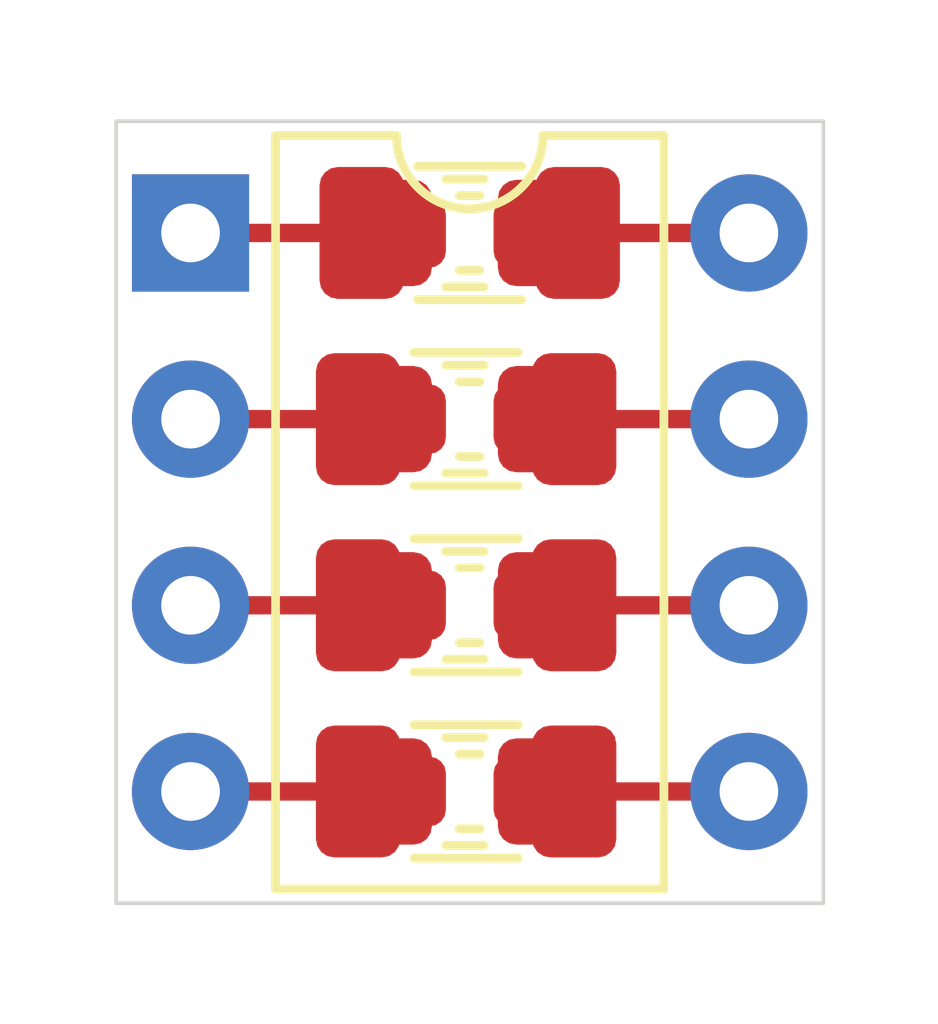
<source format=kicad_pcb>
(kicad_pcb (version 20171130) (host pcbnew 5.1.6-1.fc32)

  (general
    (thickness 1.6)
    (drawings 4)
    (tracks 8)
    (zones 0)
    (modules 13)
    (nets 1)
  )

  (page A4)
  (layers
    (0 F.Cu signal)
    (31 B.Cu signal)
    (32 B.Adhes user)
    (33 F.Adhes user)
    (34 B.Paste user)
    (35 F.Paste user)
    (36 B.SilkS user)
    (37 F.SilkS user)
    (38 B.Mask user)
    (39 F.Mask user)
    (40 Dwgs.User user)
    (41 Cmts.User user)
    (42 Eco1.User user)
    (43 Eco2.User user)
    (44 Edge.Cuts user)
    (45 Margin user)
    (46 B.CrtYd user)
    (47 F.CrtYd user)
    (48 B.Fab user)
    (49 F.Fab user)
  )

  (setup
    (last_trace_width 0.25)
    (trace_clearance 0.2)
    (zone_clearance 0.508)
    (zone_45_only no)
    (trace_min 0.2)
    (via_size 0.8)
    (via_drill 0.4)
    (via_min_size 0.4)
    (via_min_drill 0.3)
    (uvia_size 0.3)
    (uvia_drill 0.1)
    (uvias_allowed no)
    (uvia_min_size 0.2)
    (uvia_min_drill 0.1)
    (edge_width 0.05)
    (segment_width 0.2)
    (pcb_text_width 0.3)
    (pcb_text_size 1.5 1.5)
    (mod_edge_width 0.12)
    (mod_text_size 1 1)
    (mod_text_width 0.15)
    (pad_size 1.524 1.524)
    (pad_drill 0.762)
    (pad_to_mask_clearance 0.05)
    (aux_axis_origin 0 0)
    (visible_elements FFFFFF7F)
    (pcbplotparams
      (layerselection 0x010fc_ffffffff)
      (usegerberextensions false)
      (usegerberattributes true)
      (usegerberadvancedattributes true)
      (creategerberjobfile true)
      (excludeedgelayer true)
      (linewidth 0.100000)
      (plotframeref false)
      (viasonmask false)
      (mode 1)
      (useauxorigin false)
      (hpglpennumber 1)
      (hpglpenspeed 20)
      (hpglpendiameter 15.000000)
      (psnegative false)
      (psa4output false)
      (plotreference true)
      (plotvalue true)
      (plotinvisibletext false)
      (padsonsilk false)
      (subtractmaskfromsilk false)
      (outputformat 1)
      (mirror false)
      (drillshape 1)
      (scaleselection 1)
      (outputdirectory ""))
  )

  (net 0 "")

  (net_class Default "This is the default net class."
    (clearance 0.2)
    (trace_width 0.25)
    (via_dia 0.8)
    (via_drill 0.4)
    (uvia_dia 0.3)
    (uvia_drill 0.1)
  )

  (module Capacitor_SMD:C_1206_3216Metric (layer F.Cu) (tedit 5F68FEEE) (tstamp 5F731E4D)
    (at 151.384 43.18)
    (descr "Capacitor SMD 1206 (3216 Metric), square (rectangular) end terminal, IPC_7351 nominal, (Body size source: IPC-SM-782 page 76, https://www.pcb-3d.com/wordpress/wp-content/uploads/ipc-sm-782a_amendment_1_and_2.pdf), generated with kicad-footprint-generator")
    (tags capacitor)
    (attr smd)
    (fp_text reference " " (at 0 -1.85) (layer F.SilkS)
      (effects (font (size 1 1) (thickness 0.15)))
    )
    (fp_text value " " (at 0 1.85) (layer F.Fab)
      (effects (font (size 1 1) (thickness 0.15)))
    )
    (fp_line (start 2.3 1.15) (end -2.3 1.15) (layer F.CrtYd) (width 0.05))
    (fp_line (start 2.3 -1.15) (end 2.3 1.15) (layer F.CrtYd) (width 0.05))
    (fp_line (start -2.3 -1.15) (end 2.3 -1.15) (layer F.CrtYd) (width 0.05))
    (fp_line (start -2.3 1.15) (end -2.3 -1.15) (layer F.CrtYd) (width 0.05))
    (fp_line (start -0.711252 0.91) (end 0.711252 0.91) (layer F.SilkS) (width 0.12))
    (fp_line (start -0.711252 -0.91) (end 0.711252 -0.91) (layer F.SilkS) (width 0.12))
    (fp_line (start 1.6 0.8) (end -1.6 0.8) (layer F.Fab) (width 0.1))
    (fp_line (start 1.6 -0.8) (end 1.6 0.8) (layer F.Fab) (width 0.1))
    (fp_line (start -1.6 -0.8) (end 1.6 -0.8) (layer F.Fab) (width 0.1))
    (fp_line (start -1.6 0.8) (end -1.6 -0.8) (layer F.Fab) (width 0.1))
    (fp_text user %R (at 0 0) (layer F.Fab)
      (effects (font (size 0.8 0.8) (thickness 0.12)))
    )
    (pad 1 smd roundrect (at -1.475 0) (size 1.15 1.8) (layers F.Cu F.Paste F.Mask) (roundrect_rratio 0.217391))
    (pad 2 smd roundrect (at 1.475 0) (size 1.15 1.8) (layers F.Cu F.Paste F.Mask) (roundrect_rratio 0.217391))
    (model ${KISYS3DMOD}/Capacitor_SMD.3dshapes/C_1206_3216Metric.wrl
      (at (xyz 0 0 0))
      (scale (xyz 1 1 1))
      (rotate (xyz 0 0 0))
    )
  )

  (module Capacitor_SMD:C_1206_3216Metric (layer F.Cu) (tedit 5F68FEEE) (tstamp 5F731E2D)
    (at 151.335 50.8)
    (descr "Capacitor SMD 1206 (3216 Metric), square (rectangular) end terminal, IPC_7351 nominal, (Body size source: IPC-SM-782 page 76, https://www.pcb-3d.com/wordpress/wp-content/uploads/ipc-sm-782a_amendment_1_and_2.pdf), generated with kicad-footprint-generator")
    (tags capacitor)
    (attr smd)
    (fp_text reference " " (at 0 -1.85) (layer F.SilkS)
      (effects (font (size 1 1) (thickness 0.15)))
    )
    (fp_text value " " (at 0 1.85) (layer F.Fab)
      (effects (font (size 1 1) (thickness 0.15)))
    )
    (fp_text user %R (at 0 0) (layer F.Fab)
      (effects (font (size 0.8 0.8) (thickness 0.12)))
    )
    (fp_line (start -1.6 0.8) (end -1.6 -0.8) (layer F.Fab) (width 0.1))
    (fp_line (start -1.6 -0.8) (end 1.6 -0.8) (layer F.Fab) (width 0.1))
    (fp_line (start 1.6 -0.8) (end 1.6 0.8) (layer F.Fab) (width 0.1))
    (fp_line (start 1.6 0.8) (end -1.6 0.8) (layer F.Fab) (width 0.1))
    (fp_line (start -0.711252 -0.91) (end 0.711252 -0.91) (layer F.SilkS) (width 0.12))
    (fp_line (start -0.711252 0.91) (end 0.711252 0.91) (layer F.SilkS) (width 0.12))
    (fp_line (start -2.3 1.15) (end -2.3 -1.15) (layer F.CrtYd) (width 0.05))
    (fp_line (start -2.3 -1.15) (end 2.3 -1.15) (layer F.CrtYd) (width 0.05))
    (fp_line (start 2.3 -1.15) (end 2.3 1.15) (layer F.CrtYd) (width 0.05))
    (fp_line (start 2.3 1.15) (end -2.3 1.15) (layer F.CrtYd) (width 0.05))
    (pad 2 smd roundrect (at 1.475 0) (size 1.15 1.8) (layers F.Cu F.Paste F.Mask) (roundrect_rratio 0.217391))
    (pad 1 smd roundrect (at -1.475 0) (size 1.15 1.8) (layers F.Cu F.Paste F.Mask) (roundrect_rratio 0.217391))
    (model ${KISYS3DMOD}/Capacitor_SMD.3dshapes/C_1206_3216Metric.wrl
      (at (xyz 0 0 0))
      (scale (xyz 1 1 1))
      (rotate (xyz 0 0 0))
    )
  )

  (module Capacitor_SMD:C_1206_3216Metric (layer F.Cu) (tedit 5F68FEEE) (tstamp 5F731E0D)
    (at 151.335 48.26)
    (descr "Capacitor SMD 1206 (3216 Metric), square (rectangular) end terminal, IPC_7351 nominal, (Body size source: IPC-SM-782 page 76, https://www.pcb-3d.com/wordpress/wp-content/uploads/ipc-sm-782a_amendment_1_and_2.pdf), generated with kicad-footprint-generator")
    (tags capacitor)
    (attr smd)
    (fp_text reference " " (at 0 -1.85) (layer F.SilkS)
      (effects (font (size 1 1) (thickness 0.15)))
    )
    (fp_text value " " (at 0 1.85) (layer F.Fab)
      (effects (font (size 1 1) (thickness 0.15)))
    )
    (fp_line (start 2.3 1.15) (end -2.3 1.15) (layer F.CrtYd) (width 0.05))
    (fp_line (start 2.3 -1.15) (end 2.3 1.15) (layer F.CrtYd) (width 0.05))
    (fp_line (start -2.3 -1.15) (end 2.3 -1.15) (layer F.CrtYd) (width 0.05))
    (fp_line (start -2.3 1.15) (end -2.3 -1.15) (layer F.CrtYd) (width 0.05))
    (fp_line (start -0.711252 0.91) (end 0.711252 0.91) (layer F.SilkS) (width 0.12))
    (fp_line (start -0.711252 -0.91) (end 0.711252 -0.91) (layer F.SilkS) (width 0.12))
    (fp_line (start 1.6 0.8) (end -1.6 0.8) (layer F.Fab) (width 0.1))
    (fp_line (start 1.6 -0.8) (end 1.6 0.8) (layer F.Fab) (width 0.1))
    (fp_line (start -1.6 -0.8) (end 1.6 -0.8) (layer F.Fab) (width 0.1))
    (fp_line (start -1.6 0.8) (end -1.6 -0.8) (layer F.Fab) (width 0.1))
    (fp_text user %R (at 0 0) (layer F.Fab)
      (effects (font (size 0.8 0.8) (thickness 0.12)))
    )
    (pad 1 smd roundrect (at -1.475 0) (size 1.15 1.8) (layers F.Cu F.Paste F.Mask) (roundrect_rratio 0.217391))
    (pad 2 smd roundrect (at 1.475 0) (size 1.15 1.8) (layers F.Cu F.Paste F.Mask) (roundrect_rratio 0.217391))
    (model ${KISYS3DMOD}/Capacitor_SMD.3dshapes/C_1206_3216Metric.wrl
      (at (xyz 0 0 0))
      (scale (xyz 1 1 1))
      (rotate (xyz 0 0 0))
    )
  )

  (module Capacitor_SMD:C_1206_3216Metric (layer F.Cu) (tedit 5F68FEEE) (tstamp 5F731DEA)
    (at 151.335 45.72)
    (descr "Capacitor SMD 1206 (3216 Metric), square (rectangular) end terminal, IPC_7351 nominal, (Body size source: IPC-SM-782 page 76, https://www.pcb-3d.com/wordpress/wp-content/uploads/ipc-sm-782a_amendment_1_and_2.pdf), generated with kicad-footprint-generator")
    (tags capacitor)
    (attr smd)
    (fp_text reference " " (at 0 -1.85) (layer F.SilkS)
      (effects (font (size 1 1) (thickness 0.15)))
    )
    (fp_text value " " (at 0 1.85) (layer F.Fab)
      (effects (font (size 1 1) (thickness 0.15)))
    )
    (fp_text user %R (at 0 0) (layer F.Fab)
      (effects (font (size 0.8 0.8) (thickness 0.12)))
    )
    (fp_line (start -1.6 0.8) (end -1.6 -0.8) (layer F.Fab) (width 0.1))
    (fp_line (start -1.6 -0.8) (end 1.6 -0.8) (layer F.Fab) (width 0.1))
    (fp_line (start 1.6 -0.8) (end 1.6 0.8) (layer F.Fab) (width 0.1))
    (fp_line (start 1.6 0.8) (end -1.6 0.8) (layer F.Fab) (width 0.1))
    (fp_line (start -0.711252 -0.91) (end 0.711252 -0.91) (layer F.SilkS) (width 0.12))
    (fp_line (start -0.711252 0.91) (end 0.711252 0.91) (layer F.SilkS) (width 0.12))
    (fp_line (start -2.3 1.15) (end -2.3 -1.15) (layer F.CrtYd) (width 0.05))
    (fp_line (start -2.3 -1.15) (end 2.3 -1.15) (layer F.CrtYd) (width 0.05))
    (fp_line (start 2.3 -1.15) (end 2.3 1.15) (layer F.CrtYd) (width 0.05))
    (fp_line (start 2.3 1.15) (end -2.3 1.15) (layer F.CrtYd) (width 0.05))
    (pad 2 smd roundrect (at 1.475 0) (size 1.15 1.8) (layers F.Cu F.Paste F.Mask) (roundrect_rratio 0.217391))
    (pad 1 smd roundrect (at -1.475 0) (size 1.15 1.8) (layers F.Cu F.Paste F.Mask) (roundrect_rratio 0.217391))
    (model ${KISYS3DMOD}/Capacitor_SMD.3dshapes/C_1206_3216Metric.wrl
      (at (xyz 0 0 0))
      (scale (xyz 1 1 1))
      (rotate (xyz 0 0 0))
    )
  )

  (module Capacitor_SMD:C_0805_2012Metric (layer F.Cu) (tedit 5F68FEEE) (tstamp 5F731B59)
    (at 151.318 48.26)
    (descr "Capacitor SMD 0805 (2012 Metric), square (rectangular) end terminal, IPC_7351 nominal, (Body size source: IPC-SM-782 page 76, https://www.pcb-3d.com/wordpress/wp-content/uploads/ipc-sm-782a_amendment_1_and_2.pdf, https://docs.google.com/spreadsheets/d/1BsfQQcO9C6DZCsRaXUlFlo91Tg2WpOkGARC1WS5S8t0/edit?usp=sharing), generated with kicad-footprint-generator")
    (tags capacitor)
    (attr smd)
    (fp_text reference " " (at 0 -1.68) (layer F.SilkS)
      (effects (font (size 1 1) (thickness 0.15)))
    )
    (fp_text value " " (at 0 1.68) (layer F.Fab)
      (effects (font (size 1 1) (thickness 0.15)))
    )
    (fp_line (start 1.7 0.98) (end -1.7 0.98) (layer F.CrtYd) (width 0.05))
    (fp_line (start 1.7 -0.98) (end 1.7 0.98) (layer F.CrtYd) (width 0.05))
    (fp_line (start -1.7 -0.98) (end 1.7 -0.98) (layer F.CrtYd) (width 0.05))
    (fp_line (start -1.7 0.98) (end -1.7 -0.98) (layer F.CrtYd) (width 0.05))
    (fp_line (start -0.261252 0.735) (end 0.261252 0.735) (layer F.SilkS) (width 0.12))
    (fp_line (start -0.261252 -0.735) (end 0.261252 -0.735) (layer F.SilkS) (width 0.12))
    (fp_line (start 1 0.625) (end -1 0.625) (layer F.Fab) (width 0.1))
    (fp_line (start 1 -0.625) (end 1 0.625) (layer F.Fab) (width 0.1))
    (fp_line (start -1 -0.625) (end 1 -0.625) (layer F.Fab) (width 0.1))
    (fp_line (start -1 0.625) (end -1 -0.625) (layer F.Fab) (width 0.1))
    (fp_text user %R (at 0 0) (layer F.Fab)
      (effects (font (size 0.5 0.5) (thickness 0.08)))
    )
    (pad 1 smd roundrect (at -0.95 0) (size 1 1.45) (layers F.Cu F.Paste F.Mask) (roundrect_rratio 0.25))
    (pad 2 smd roundrect (at 0.95 0) (size 1 1.45) (layers F.Cu F.Paste F.Mask) (roundrect_rratio 0.25))
    (model ${KISYS3DMOD}/Capacitor_SMD.3dshapes/C_0805_2012Metric.wrl
      (at (xyz 0 0 0))
      (scale (xyz 1 1 1))
      (rotate (xyz 0 0 0))
    )
  )

  (module Capacitor_SMD:C_0805_2012Metric (layer F.Cu) (tedit 5F68FEEE) (tstamp 5F731B49)
    (at 151.318 50.8)
    (descr "Capacitor SMD 0805 (2012 Metric), square (rectangular) end terminal, IPC_7351 nominal, (Body size source: IPC-SM-782 page 76, https://www.pcb-3d.com/wordpress/wp-content/uploads/ipc-sm-782a_amendment_1_and_2.pdf, https://docs.google.com/spreadsheets/d/1BsfQQcO9C6DZCsRaXUlFlo91Tg2WpOkGARC1WS5S8t0/edit?usp=sharing), generated with kicad-footprint-generator")
    (tags capacitor)
    (attr smd)
    (fp_text reference " " (at 0 -1.68) (layer F.SilkS)
      (effects (font (size 1 1) (thickness 0.15)))
    )
    (fp_text value " " (at 0 1.68) (layer F.Fab)
      (effects (font (size 1 1) (thickness 0.15)))
    )
    (fp_text user %R (at 0 0) (layer F.Fab)
      (effects (font (size 0.5 0.5) (thickness 0.08)))
    )
    (fp_line (start -1 0.625) (end -1 -0.625) (layer F.Fab) (width 0.1))
    (fp_line (start -1 -0.625) (end 1 -0.625) (layer F.Fab) (width 0.1))
    (fp_line (start 1 -0.625) (end 1 0.625) (layer F.Fab) (width 0.1))
    (fp_line (start 1 0.625) (end -1 0.625) (layer F.Fab) (width 0.1))
    (fp_line (start -0.261252 -0.735) (end 0.261252 -0.735) (layer F.SilkS) (width 0.12))
    (fp_line (start -0.261252 0.735) (end 0.261252 0.735) (layer F.SilkS) (width 0.12))
    (fp_line (start -1.7 0.98) (end -1.7 -0.98) (layer F.CrtYd) (width 0.05))
    (fp_line (start -1.7 -0.98) (end 1.7 -0.98) (layer F.CrtYd) (width 0.05))
    (fp_line (start 1.7 -0.98) (end 1.7 0.98) (layer F.CrtYd) (width 0.05))
    (fp_line (start 1.7 0.98) (end -1.7 0.98) (layer F.CrtYd) (width 0.05))
    (pad 2 smd roundrect (at 0.95 0) (size 1 1.45) (layers F.Cu F.Paste F.Mask) (roundrect_rratio 0.25))
    (pad 1 smd roundrect (at -0.95 0) (size 1 1.45) (layers F.Cu F.Paste F.Mask) (roundrect_rratio 0.25))
    (model ${KISYS3DMOD}/Capacitor_SMD.3dshapes/C_0805_2012Metric.wrl
      (at (xyz 0 0 0))
      (scale (xyz 1 1 1))
      (rotate (xyz 0 0 0))
    )
  )

  (module Capacitor_SMD:C_0805_2012Metric (layer F.Cu) (tedit 5F68FEEE) (tstamp 5F731B28)
    (at 151.318 45.72)
    (descr "Capacitor SMD 0805 (2012 Metric), square (rectangular) end terminal, IPC_7351 nominal, (Body size source: IPC-SM-782 page 76, https://www.pcb-3d.com/wordpress/wp-content/uploads/ipc-sm-782a_amendment_1_and_2.pdf, https://docs.google.com/spreadsheets/d/1BsfQQcO9C6DZCsRaXUlFlo91Tg2WpOkGARC1WS5S8t0/edit?usp=sharing), generated with kicad-footprint-generator")
    (tags capacitor)
    (attr smd)
    (fp_text reference " " (at 0 -1.68) (layer F.SilkS)
      (effects (font (size 1 1) (thickness 0.15)))
    )
    (fp_text value " " (at 0 1.68) (layer F.Fab)
      (effects (font (size 1 1) (thickness 0.15)))
    )
    (fp_line (start 1.7 0.98) (end -1.7 0.98) (layer F.CrtYd) (width 0.05))
    (fp_line (start 1.7 -0.98) (end 1.7 0.98) (layer F.CrtYd) (width 0.05))
    (fp_line (start -1.7 -0.98) (end 1.7 -0.98) (layer F.CrtYd) (width 0.05))
    (fp_line (start -1.7 0.98) (end -1.7 -0.98) (layer F.CrtYd) (width 0.05))
    (fp_line (start -0.261252 0.735) (end 0.261252 0.735) (layer F.SilkS) (width 0.12))
    (fp_line (start -0.261252 -0.735) (end 0.261252 -0.735) (layer F.SilkS) (width 0.12))
    (fp_line (start 1 0.625) (end -1 0.625) (layer F.Fab) (width 0.1))
    (fp_line (start 1 -0.625) (end 1 0.625) (layer F.Fab) (width 0.1))
    (fp_line (start -1 -0.625) (end 1 -0.625) (layer F.Fab) (width 0.1))
    (fp_line (start -1 0.625) (end -1 -0.625) (layer F.Fab) (width 0.1))
    (fp_text user %R (at 0 0) (layer F.Fab)
      (effects (font (size 0.5 0.5) (thickness 0.08)))
    )
    (pad 1 smd roundrect (at -0.95 0) (size 1 1.45) (layers F.Cu F.Paste F.Mask) (roundrect_rratio 0.25))
    (pad 2 smd roundrect (at 0.95 0) (size 1 1.45) (layers F.Cu F.Paste F.Mask) (roundrect_rratio 0.25))
    (model ${KISYS3DMOD}/Capacitor_SMD.3dshapes/C_0805_2012Metric.wrl
      (at (xyz 0 0 0))
      (scale (xyz 1 1 1))
      (rotate (xyz 0 0 0))
    )
  )

  (module Capacitor_SMD:C_0805_2012Metric (layer F.Cu) (tedit 5F68FEEE) (tstamp 5F731B04)
    (at 151.318 43.18)
    (descr "Capacitor SMD 0805 (2012 Metric), square (rectangular) end terminal, IPC_7351 nominal, (Body size source: IPC-SM-782 page 76, https://www.pcb-3d.com/wordpress/wp-content/uploads/ipc-sm-782a_amendment_1_and_2.pdf, https://docs.google.com/spreadsheets/d/1BsfQQcO9C6DZCsRaXUlFlo91Tg2WpOkGARC1WS5S8t0/edit?usp=sharing), generated with kicad-footprint-generator")
    (tags capacitor)
    (attr smd)
    (fp_text reference " " (at 0 -1.68) (layer F.SilkS)
      (effects (font (size 1 1) (thickness 0.15)))
    )
    (fp_text value " " (at 0 1.68) (layer F.Fab)
      (effects (font (size 1 1) (thickness 0.15)))
    )
    (fp_text user %R (at 0 0) (layer F.Fab)
      (effects (font (size 0.5 0.5) (thickness 0.08)))
    )
    (fp_line (start -1 0.625) (end -1 -0.625) (layer F.Fab) (width 0.1))
    (fp_line (start -1 -0.625) (end 1 -0.625) (layer F.Fab) (width 0.1))
    (fp_line (start 1 -0.625) (end 1 0.625) (layer F.Fab) (width 0.1))
    (fp_line (start 1 0.625) (end -1 0.625) (layer F.Fab) (width 0.1))
    (fp_line (start -0.261252 -0.735) (end 0.261252 -0.735) (layer F.SilkS) (width 0.12))
    (fp_line (start -0.261252 0.735) (end 0.261252 0.735) (layer F.SilkS) (width 0.12))
    (fp_line (start -1.7 0.98) (end -1.7 -0.98) (layer F.CrtYd) (width 0.05))
    (fp_line (start -1.7 -0.98) (end 1.7 -0.98) (layer F.CrtYd) (width 0.05))
    (fp_line (start 1.7 -0.98) (end 1.7 0.98) (layer F.CrtYd) (width 0.05))
    (fp_line (start 1.7 0.98) (end -1.7 0.98) (layer F.CrtYd) (width 0.05))
    (pad 2 smd roundrect (at 0.95 0) (size 1 1.45) (layers F.Cu F.Paste F.Mask) (roundrect_rratio 0.25))
    (pad 1 smd roundrect (at -0.95 0) (size 1 1.45) (layers F.Cu F.Paste F.Mask) (roundrect_rratio 0.25))
    (model ${KISYS3DMOD}/Capacitor_SMD.3dshapes/C_0805_2012Metric.wrl
      (at (xyz 0 0 0))
      (scale (xyz 1 1 1))
      (rotate (xyz 0 0 0))
    )
  )

  (module Capacitor_SMD:C_0603_1608Metric (layer F.Cu) (tedit 5F68FEEE) (tstamp 5F73188F)
    (at 151.384 45.72)
    (descr "Capacitor SMD 0603 (1608 Metric), square (rectangular) end terminal, IPC_7351 nominal, (Body size source: IPC-SM-782 page 76, https://www.pcb-3d.com/wordpress/wp-content/uploads/ipc-sm-782a_amendment_1_and_2.pdf), generated with kicad-footprint-generator")
    (tags capacitor)
    (attr smd)
    (fp_text reference " " (at 0 -1.43 180) (layer F.SilkS)
      (effects (font (size 1 1) (thickness 0.15)))
    )
    (fp_text value " " (at 0 1.43) (layer F.Fab)
      (effects (font (size 1 1) (thickness 0.15)))
    )
    (fp_line (start 1.48 0.73) (end -1.48 0.73) (layer F.CrtYd) (width 0.05))
    (fp_line (start 1.48 -0.73) (end 1.48 0.73) (layer F.CrtYd) (width 0.05))
    (fp_line (start -1.48 -0.73) (end 1.48 -0.73) (layer F.CrtYd) (width 0.05))
    (fp_line (start -1.48 0.73) (end -1.48 -0.73) (layer F.CrtYd) (width 0.05))
    (fp_line (start -0.14058 0.51) (end 0.14058 0.51) (layer F.SilkS) (width 0.12))
    (fp_line (start -0.14058 -0.51) (end 0.14058 -0.51) (layer F.SilkS) (width 0.12))
    (fp_line (start 0.8 0.4) (end -0.8 0.4) (layer F.Fab) (width 0.1))
    (fp_line (start 0.8 -0.4) (end 0.8 0.4) (layer F.Fab) (width 0.1))
    (fp_line (start -0.8 -0.4) (end 0.8 -0.4) (layer F.Fab) (width 0.1))
    (fp_line (start -0.8 0.4) (end -0.8 -0.4) (layer F.Fab) (width 0.1))
    (fp_text user %R (at 0 0) (layer F.Fab)
      (effects (font (size 0.4 0.4) (thickness 0.06)))
    )
    (pad 1 smd roundrect (at -0.775 0) (size 0.9 0.95) (layers F.Cu F.Paste F.Mask) (roundrect_rratio 0.25))
    (pad 2 smd roundrect (at 0.775 0) (size 0.9 0.95) (layers F.Cu F.Paste F.Mask) (roundrect_rratio 0.25))
    (model ${KISYS3DMOD}/Capacitor_SMD.3dshapes/C_0603_1608Metric.wrl
      (at (xyz 0 0 0))
      (scale (xyz 1 1 1))
      (rotate (xyz 0 0 0))
    )
  )

  (module Capacitor_SMD:C_0603_1608Metric (layer F.Cu) (tedit 5F68FEEE) (tstamp 5F731715)
    (at 151.384 50.8)
    (descr "Capacitor SMD 0603 (1608 Metric), square (rectangular) end terminal, IPC_7351 nominal, (Body size source: IPC-SM-782 page 76, https://www.pcb-3d.com/wordpress/wp-content/uploads/ipc-sm-782a_amendment_1_and_2.pdf), generated with kicad-footprint-generator")
    (tags capacitor)
    (attr smd)
    (fp_text reference " " (at 0 -1.43) (layer F.SilkS)
      (effects (font (size 1 1) (thickness 0.15)))
    )
    (fp_text value " " (at 0 1.43) (layer F.Fab)
      (effects (font (size 1 1) (thickness 0.15)))
    )
    (fp_text user %R (at 0 0) (layer F.Fab)
      (effects (font (size 0.4 0.4) (thickness 0.06)))
    )
    (fp_line (start -0.8 0.4) (end -0.8 -0.4) (layer F.Fab) (width 0.1))
    (fp_line (start -0.8 -0.4) (end 0.8 -0.4) (layer F.Fab) (width 0.1))
    (fp_line (start 0.8 -0.4) (end 0.8 0.4) (layer F.Fab) (width 0.1))
    (fp_line (start 0.8 0.4) (end -0.8 0.4) (layer F.Fab) (width 0.1))
    (fp_line (start -0.14058 -0.51) (end 0.14058 -0.51) (layer F.SilkS) (width 0.12))
    (fp_line (start -0.14058 0.51) (end 0.14058 0.51) (layer F.SilkS) (width 0.12))
    (fp_line (start -1.48 0.73) (end -1.48 -0.73) (layer F.CrtYd) (width 0.05))
    (fp_line (start -1.48 -0.73) (end 1.48 -0.73) (layer F.CrtYd) (width 0.05))
    (fp_line (start 1.48 -0.73) (end 1.48 0.73) (layer F.CrtYd) (width 0.05))
    (fp_line (start 1.48 0.73) (end -1.48 0.73) (layer F.CrtYd) (width 0.05))
    (pad 2 smd roundrect (at 0.775 0) (size 0.9 0.95) (layers F.Cu F.Paste F.Mask) (roundrect_rratio 0.25))
    (pad 1 smd roundrect (at -0.775 0) (size 0.9 0.95) (layers F.Cu F.Paste F.Mask) (roundrect_rratio 0.25))
    (model ${KISYS3DMOD}/Capacitor_SMD.3dshapes/C_0603_1608Metric.wrl
      (at (xyz 0 0 0))
      (scale (xyz 1 1 1))
      (rotate (xyz 0 0 0))
    )
  )

  (module Capacitor_SMD:C_0603_1608Metric (layer F.Cu) (tedit 5F68FEEE) (tstamp 5F73162B)
    (at 151.384 48.26)
    (descr "Capacitor SMD 0603 (1608 Metric), square (rectangular) end terminal, IPC_7351 nominal, (Body size source: IPC-SM-782 page 76, https://www.pcb-3d.com/wordpress/wp-content/uploads/ipc-sm-782a_amendment_1_and_2.pdf), generated with kicad-footprint-generator")
    (tags capacitor)
    (attr smd)
    (fp_text reference " " (at 0 -1.43) (layer F.SilkS)
      (effects (font (size 1 1) (thickness 0.15)))
    )
    (fp_text value " " (at 0 1.43) (layer F.Fab)
      (effects (font (size 1 1) (thickness 0.15)))
    )
    (fp_line (start 1.48 0.73) (end -1.48 0.73) (layer F.CrtYd) (width 0.05))
    (fp_line (start 1.48 -0.73) (end 1.48 0.73) (layer F.CrtYd) (width 0.05))
    (fp_line (start -1.48 -0.73) (end 1.48 -0.73) (layer F.CrtYd) (width 0.05))
    (fp_line (start -1.48 0.73) (end -1.48 -0.73) (layer F.CrtYd) (width 0.05))
    (fp_line (start -0.14058 0.51) (end 0.14058 0.51) (layer F.SilkS) (width 0.12))
    (fp_line (start -0.14058 -0.51) (end 0.14058 -0.51) (layer F.SilkS) (width 0.12))
    (fp_line (start 0.8 0.4) (end -0.8 0.4) (layer F.Fab) (width 0.1))
    (fp_line (start 0.8 -0.4) (end 0.8 0.4) (layer F.Fab) (width 0.1))
    (fp_line (start -0.8 -0.4) (end 0.8 -0.4) (layer F.Fab) (width 0.1))
    (fp_line (start -0.8 0.4) (end -0.8 -0.4) (layer F.Fab) (width 0.1))
    (fp_text user %R (at 0 0) (layer F.Fab)
      (effects (font (size 0.4 0.4) (thickness 0.06)))
    )
    (pad 1 smd roundrect (at -0.775 0) (size 0.9 0.95) (layers F.Cu F.Paste F.Mask) (roundrect_rratio 0.25))
    (pad 2 smd roundrect (at 0.775 0) (size 0.9 0.95) (layers F.Cu F.Paste F.Mask) (roundrect_rratio 0.25))
    (model ${KISYS3DMOD}/Capacitor_SMD.3dshapes/C_0603_1608Metric.wrl
      (at (xyz 0 0 0))
      (scale (xyz 1 1 1))
      (rotate (xyz 0 0 0))
    )
  )

  (module Capacitor_SMD:C_0603_1608Metric (layer F.Cu) (tedit 5F68FEEE) (tstamp 5F7313DA)
    (at 151.384 43.18)
    (descr "Capacitor SMD 0603 (1608 Metric), square (rectangular) end terminal, IPC_7351 nominal, (Body size source: IPC-SM-782 page 76, https://www.pcb-3d.com/wordpress/wp-content/uploads/ipc-sm-782a_amendment_1_and_2.pdf), generated with kicad-footprint-generator")
    (tags capacitor)
    (attr smd)
    (fp_text reference " " (at 0 -1.43 180) (layer F.SilkS)
      (effects (font (size 1 1) (thickness 0.15)))
    )
    (fp_text value " " (at 0 1.43) (layer F.Fab)
      (effects (font (size 1 1) (thickness 0.15)))
    )
    (fp_text user %R (at 0 0) (layer F.Fab)
      (effects (font (size 0.4 0.4) (thickness 0.06)))
    )
    (fp_line (start -0.8 0.4) (end -0.8 -0.4) (layer F.Fab) (width 0.1))
    (fp_line (start -0.8 -0.4) (end 0.8 -0.4) (layer F.Fab) (width 0.1))
    (fp_line (start 0.8 -0.4) (end 0.8 0.4) (layer F.Fab) (width 0.1))
    (fp_line (start 0.8 0.4) (end -0.8 0.4) (layer F.Fab) (width 0.1))
    (fp_line (start -0.14058 -0.51) (end 0.14058 -0.51) (layer F.SilkS) (width 0.12))
    (fp_line (start -0.14058 0.51) (end 0.14058 0.51) (layer F.SilkS) (width 0.12))
    (fp_line (start -1.48 0.73) (end -1.48 -0.73) (layer F.CrtYd) (width 0.05))
    (fp_line (start -1.48 -0.73) (end 1.48 -0.73) (layer F.CrtYd) (width 0.05))
    (fp_line (start 1.48 -0.73) (end 1.48 0.73) (layer F.CrtYd) (width 0.05))
    (fp_line (start 1.48 0.73) (end -1.48 0.73) (layer F.CrtYd) (width 0.05))
    (pad 2 smd roundrect (at 0.775 0) (size 0.9 0.95) (layers F.Cu F.Paste F.Mask) (roundrect_rratio 0.25))
    (pad 1 smd roundrect (at -0.775 0) (size 0.9 0.95) (layers F.Cu F.Paste F.Mask) (roundrect_rratio 0.25))
    (model ${KISYS3DMOD}/Capacitor_SMD.3dshapes/C_0603_1608Metric.wrl
      (at (xyz 0 0 0))
      (scale (xyz 1 1 1))
      (rotate (xyz 0 0 0))
    )
  )

  (module Package_DIP:DIP-8_W7.62mm (layer F.Cu) (tedit 5A02E8C5) (tstamp 5F730BD7)
    (at 147.574 43.18)
    (descr "8-lead though-hole mounted DIP package, row spacing 7.62 mm (300 mils)")
    (tags "THT DIP DIL PDIP 2.54mm 7.62mm 300mil")
    (fp_text reference " " (at 3.81 -2.33) (layer F.SilkS)
      (effects (font (size 1 1) (thickness 0.15)))
    )
    (fp_text value DIP-8_W7.62mm (at 3.81 9.95) (layer F.Fab)
      (effects (font (size 1 1) (thickness 0.15)))
    )
    (fp_text user %R (at 3.81 3.81) (layer F.Fab)
      (effects (font (size 1 1) (thickness 0.15)))
    )
    (fp_arc (start 3.81 -1.33) (end 2.81 -1.33) (angle -180) (layer F.SilkS) (width 0.12))
    (fp_line (start 1.635 -1.27) (end 6.985 -1.27) (layer F.Fab) (width 0.1))
    (fp_line (start 6.985 -1.27) (end 6.985 8.89) (layer F.Fab) (width 0.1))
    (fp_line (start 6.985 8.89) (end 0.635 8.89) (layer F.Fab) (width 0.1))
    (fp_line (start 0.635 8.89) (end 0.635 -0.27) (layer F.Fab) (width 0.1))
    (fp_line (start 0.635 -0.27) (end 1.635 -1.27) (layer F.Fab) (width 0.1))
    (fp_line (start 2.81 -1.33) (end 1.16 -1.33) (layer F.SilkS) (width 0.12))
    (fp_line (start 1.16 -1.33) (end 1.16 8.95) (layer F.SilkS) (width 0.12))
    (fp_line (start 1.16 8.95) (end 6.46 8.95) (layer F.SilkS) (width 0.12))
    (fp_line (start 6.46 8.95) (end 6.46 -1.33) (layer F.SilkS) (width 0.12))
    (fp_line (start 6.46 -1.33) (end 4.81 -1.33) (layer F.SilkS) (width 0.12))
    (fp_line (start -1.1 -1.55) (end -1.1 9.15) (layer F.CrtYd) (width 0.05))
    (fp_line (start -1.1 9.15) (end 8.7 9.15) (layer F.CrtYd) (width 0.05))
    (fp_line (start 8.7 9.15) (end 8.7 -1.55) (layer F.CrtYd) (width 0.05))
    (fp_line (start 8.7 -1.55) (end -1.1 -1.55) (layer F.CrtYd) (width 0.05))
    (pad 8 thru_hole oval (at 7.62 0) (size 1.6 1.6) (drill 0.8) (layers *.Cu *.Mask))
    (pad 4 thru_hole oval (at 0 7.62) (size 1.6 1.6) (drill 0.8) (layers *.Cu *.Mask))
    (pad 7 thru_hole oval (at 7.62 2.54) (size 1.6 1.6) (drill 0.8) (layers *.Cu *.Mask))
    (pad 3 thru_hole oval (at 0 5.08) (size 1.6 1.6) (drill 0.8) (layers *.Cu *.Mask))
    (pad 6 thru_hole oval (at 7.62 5.08) (size 1.6 1.6) (drill 0.8) (layers *.Cu *.Mask))
    (pad 2 thru_hole oval (at 0 2.54) (size 1.6 1.6) (drill 0.8) (layers *.Cu *.Mask))
    (pad 5 thru_hole oval (at 7.62 7.62) (size 1.6 1.6) (drill 0.8) (layers *.Cu *.Mask))
    (pad 1 thru_hole rect (at 0 0) (size 1.6 1.6) (drill 0.8) (layers *.Cu *.Mask))
    (model ${KISYS3DMOD}/Package_DIP.3dshapes/DIP-8_W7.62mm.wrl
      (at (xyz 0 0 0))
      (scale (xyz 1 1 1))
      (rotate (xyz 0 0 0))
    )
  )

  (gr_line (start 146.558 52.324) (end 146.558 41.656) (layer Edge.Cuts) (width 0.05) (tstamp 5F73202E))
  (gr_line (start 156.21 52.324) (end 146.558 52.324) (layer Edge.Cuts) (width 0.05))
  (gr_line (start 156.21 41.656) (end 156.21 52.324) (layer Edge.Cuts) (width 0.05))
  (gr_line (start 146.558 41.656) (end 156.21 41.656) (layer Edge.Cuts) (width 0.05))

  (segment (start 149.86 50.8) (end 147.574 50.8) (width 0.25) (layer F.Cu) (net 0))
  (segment (start 150.609 48.26) (end 147.574 48.26) (width 0.25) (layer F.Cu) (net 0))
  (segment (start 150.609 45.72) (end 147.574 45.72) (width 0.25) (layer F.Cu) (net 0))
  (segment (start 150.609 43.18) (end 147.574 43.18) (width 0.25) (layer F.Cu) (net 0))
  (segment (start 152.859 43.18) (end 155.194 43.18) (width 0.25) (layer F.Cu) (net 0))
  (segment (start 152.268 45.72) (end 155.194 45.72) (width 0.25) (layer F.Cu) (net 0))
  (segment (start 152.159 48.26) (end 155.194 48.26) (width 0.25) (layer F.Cu) (net 0))
  (segment (start 152.159 50.8) (end 155.194 50.8) (width 0.25) (layer F.Cu) (net 0))

)

</source>
